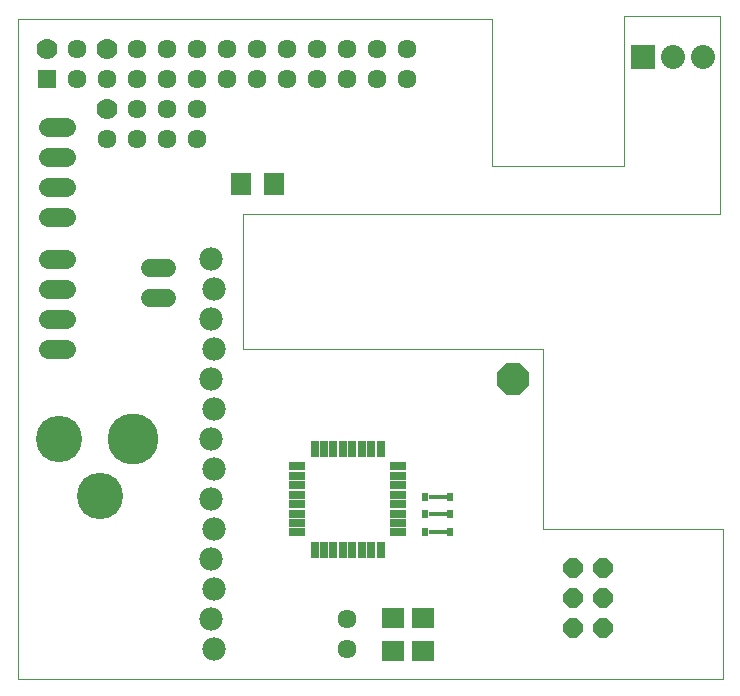
<source format=gbs>
G75*
%MOIN*%
%OFA0B0*%
%FSLAX24Y24*%
%IPPOS*%
%LPD*%
%AMOC8*
5,1,8,0,0,1.08239X$1,22.5*
%
%ADD10C,0.0000*%
%ADD11R,0.0634X0.0634*%
%ADD12C,0.0700*%
%ADD13C,0.0634*%
%ADD14R,0.0800X0.0800*%
%ADD15C,0.0800*%
%ADD16C,0.0600*%
%ADD17C,0.1700*%
%ADD18C,0.1542*%
%ADD19C,0.0640*%
%ADD20OC8,0.0640*%
%ADD21C,0.0780*%
%ADD22R,0.0540X0.0260*%
%ADD23R,0.0260X0.0540*%
%ADD24R,0.0670X0.0750*%
%ADD25R,0.0749X0.0670*%
%ADD26R,0.0197X0.0315*%
%ADD27R,0.0630X0.0157*%
%ADD28OC8,0.1040*%
D10*
X005976Y000558D02*
X029476Y000558D01*
X029476Y005558D01*
X023476Y005558D01*
X023476Y011558D01*
X013476Y011558D01*
X013476Y016058D01*
X029376Y016058D01*
X029376Y022658D01*
X026176Y022658D01*
X026176Y017658D01*
X021776Y017658D01*
X021776Y022558D01*
X005976Y022558D01*
X005976Y000558D01*
D11*
X006960Y020558D03*
D12*
X006960Y021558D03*
X008960Y021558D03*
X008960Y019558D03*
D13*
X009960Y019558D03*
X010960Y019558D03*
X011960Y019558D03*
X011960Y018558D03*
X010960Y018558D03*
X009960Y018558D03*
X008960Y018558D03*
X008960Y020558D03*
X009960Y020558D03*
X010960Y020558D03*
X011960Y020558D03*
X012960Y020558D03*
X013960Y020558D03*
X014960Y020558D03*
X015960Y020558D03*
X016960Y020558D03*
X017960Y020558D03*
X018960Y020558D03*
X018960Y021558D03*
X017960Y021558D03*
X016960Y021558D03*
X015960Y021558D03*
X014960Y021558D03*
X013960Y021558D03*
X012960Y021558D03*
X011960Y021558D03*
X010960Y021558D03*
X009960Y021558D03*
X007960Y021558D03*
X007960Y020558D03*
X016960Y002558D03*
X016960Y001558D03*
D14*
X026826Y021308D03*
D15*
X027826Y021308D03*
X028826Y021308D03*
D16*
X010956Y014258D02*
X010396Y014258D01*
X010396Y013258D02*
X010956Y013258D01*
D17*
X009830Y008558D03*
D18*
X007370Y008558D03*
X008708Y006668D03*
D19*
X007576Y011558D02*
X006976Y011558D01*
X006976Y012558D02*
X007576Y012558D01*
X007576Y013558D02*
X006976Y013558D01*
X006976Y014558D02*
X007576Y014558D01*
X007576Y015958D02*
X006976Y015958D01*
X006976Y016958D02*
X007576Y016958D01*
X007576Y017958D02*
X006976Y017958D01*
X006976Y018958D02*
X007576Y018958D01*
D20*
X024476Y004258D03*
X025476Y004258D03*
X025476Y003258D03*
X024476Y003258D03*
X024476Y002258D03*
X025476Y002258D03*
D21*
X012526Y001558D03*
X012426Y002558D03*
X012526Y003558D03*
X012426Y004558D03*
X012526Y005558D03*
X012426Y006558D03*
X012526Y007558D03*
X012426Y008558D03*
X012526Y009558D03*
X012426Y010558D03*
X012526Y011558D03*
X012426Y012558D03*
X012526Y013558D03*
X012426Y014558D03*
D22*
X015286Y007660D03*
X015286Y007345D03*
X015286Y007031D03*
X015286Y006716D03*
X015286Y006401D03*
X015286Y006086D03*
X015286Y005771D03*
X015286Y005456D03*
X018666Y005456D03*
X018666Y005771D03*
X018666Y006086D03*
X018666Y006401D03*
X018666Y006716D03*
X018666Y007031D03*
X018666Y007345D03*
X018666Y007660D03*
D23*
X018078Y008248D03*
X017763Y008248D03*
X017448Y008248D03*
X017133Y008248D03*
X016819Y008248D03*
X016504Y008248D03*
X016189Y008248D03*
X015874Y008248D03*
X015874Y004868D03*
X016189Y004868D03*
X016504Y004868D03*
X016819Y004868D03*
X017133Y004868D03*
X017448Y004868D03*
X017763Y004868D03*
X018078Y004868D03*
D24*
X014536Y017058D03*
X013416Y017058D03*
D25*
X018476Y002609D03*
X019476Y002609D03*
X019476Y001507D03*
X018476Y001507D03*
D26*
X019563Y005468D03*
X020389Y005468D03*
X020389Y006058D03*
X020389Y006649D03*
X019563Y006649D03*
X019563Y006058D03*
D27*
X019976Y006058D03*
X019976Y006649D03*
X019976Y005468D03*
D28*
X022476Y010558D03*
M02*

</source>
